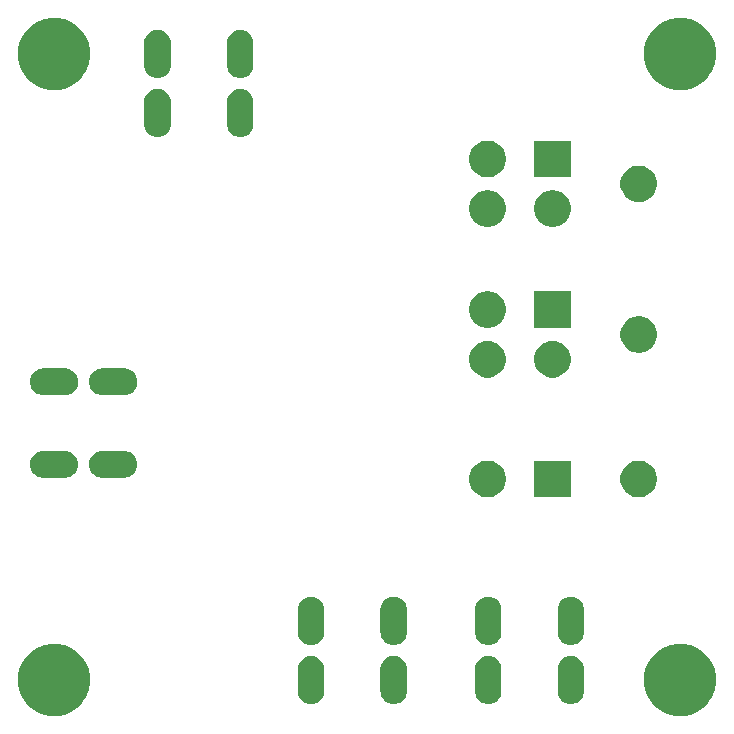
<source format=gbr>
G04 #@! TF.GenerationSoftware,KiCad,Pcbnew,(5.0.2)-1*
G04 #@! TF.CreationDate,2019-05-27T06:26:55-02:30*
G04 #@! TF.ProjectId,IndicatorLEDs_PCB,496e6469-6361-4746-9f72-4c4544735f50,rev?*
G04 #@! TF.SameCoordinates,Original*
G04 #@! TF.FileFunction,Soldermask,Bot*
G04 #@! TF.FilePolarity,Negative*
%FSLAX46Y46*%
G04 Gerber Fmt 4.6, Leading zero omitted, Abs format (unit mm)*
G04 Created by KiCad (PCBNEW (5.0.2)-1) date 5/27/2019 6:26:55 AM*
%MOMM*%
%LPD*%
G01*
G04 APERTURE LIST*
%ADD10C,0.100000*%
G04 APERTURE END LIST*
D10*
G36*
X107389941Y-143566248D02*
X107389943Y-143566249D01*
X107389944Y-143566249D01*
X107945190Y-143796239D01*
X107945191Y-143796240D01*
X108444902Y-144130136D01*
X108869864Y-144555098D01*
X108869866Y-144555101D01*
X109203761Y-145054810D01*
X109433751Y-145610056D01*
X109551000Y-146199503D01*
X109551000Y-146800497D01*
X109433751Y-147389944D01*
X109203761Y-147945190D01*
X109131324Y-148053599D01*
X108869864Y-148444902D01*
X108444902Y-148869864D01*
X108444899Y-148869866D01*
X107945190Y-149203761D01*
X107389944Y-149433751D01*
X107389943Y-149433751D01*
X107389941Y-149433752D01*
X106800499Y-149551000D01*
X106199501Y-149551000D01*
X105610059Y-149433752D01*
X105610057Y-149433751D01*
X105610056Y-149433751D01*
X105054810Y-149203761D01*
X104555101Y-148869866D01*
X104555098Y-148869864D01*
X104130136Y-148444902D01*
X103868676Y-148053599D01*
X103796239Y-147945190D01*
X103566249Y-147389944D01*
X103449000Y-146800497D01*
X103449000Y-146199503D01*
X103566249Y-145610056D01*
X103796239Y-145054810D01*
X104130134Y-144555101D01*
X104130136Y-144555098D01*
X104555098Y-144130136D01*
X105054809Y-143796240D01*
X105054810Y-143796239D01*
X105610056Y-143566249D01*
X105610057Y-143566249D01*
X105610059Y-143566248D01*
X106199501Y-143449000D01*
X106800499Y-143449000D01*
X107389941Y-143566248D01*
X107389941Y-143566248D01*
G37*
G36*
X54389941Y-143566248D02*
X54389943Y-143566249D01*
X54389944Y-143566249D01*
X54945190Y-143796239D01*
X54945191Y-143796240D01*
X55444902Y-144130136D01*
X55869864Y-144555098D01*
X55869866Y-144555101D01*
X56203761Y-145054810D01*
X56433751Y-145610056D01*
X56551000Y-146199503D01*
X56551000Y-146800497D01*
X56433751Y-147389944D01*
X56203761Y-147945190D01*
X56131324Y-148053599D01*
X55869864Y-148444902D01*
X55444902Y-148869864D01*
X55444899Y-148869866D01*
X54945190Y-149203761D01*
X54389944Y-149433751D01*
X54389943Y-149433751D01*
X54389941Y-149433752D01*
X53800499Y-149551000D01*
X53199501Y-149551000D01*
X52610059Y-149433752D01*
X52610057Y-149433751D01*
X52610056Y-149433751D01*
X52054810Y-149203761D01*
X51555101Y-148869866D01*
X51555098Y-148869864D01*
X51130136Y-148444902D01*
X50868676Y-148053599D01*
X50796239Y-147945190D01*
X50566249Y-147389944D01*
X50449000Y-146800497D01*
X50449000Y-146199503D01*
X50566249Y-145610056D01*
X50796239Y-145054810D01*
X51130134Y-144555101D01*
X51130136Y-144555098D01*
X51555098Y-144130136D01*
X52054809Y-143796240D01*
X52054810Y-143796239D01*
X52610056Y-143566249D01*
X52610057Y-143566249D01*
X52610059Y-143566248D01*
X53199501Y-143449000D01*
X53800499Y-143449000D01*
X54389941Y-143566248D01*
X54389941Y-143566248D01*
G37*
G36*
X90470734Y-144465292D02*
X90612235Y-144508216D01*
X90682986Y-144529678D01*
X90731888Y-144555817D01*
X90878599Y-144634235D01*
X91050055Y-144774945D01*
X91190765Y-144946401D01*
X91260470Y-145076810D01*
X91295322Y-145142013D01*
X91316784Y-145212764D01*
X91359708Y-145354265D01*
X91376000Y-145519684D01*
X91376000Y-147480316D01*
X91359708Y-147645735D01*
X91316784Y-147787236D01*
X91295322Y-147857987D01*
X91260470Y-147923190D01*
X91190765Y-148053599D01*
X91050055Y-148225055D01*
X90878599Y-148365765D01*
X90748190Y-148435470D01*
X90682987Y-148470322D01*
X90612236Y-148491784D01*
X90470735Y-148534708D01*
X90250000Y-148556448D01*
X90029266Y-148534708D01*
X89887765Y-148491784D01*
X89817014Y-148470322D01*
X89751811Y-148435470D01*
X89621402Y-148365765D01*
X89449946Y-148225055D01*
X89309236Y-148053599D01*
X89239531Y-147923190D01*
X89204679Y-147857987D01*
X89183217Y-147787236D01*
X89140293Y-147645735D01*
X89124001Y-147480316D01*
X89124000Y-145519685D01*
X89140292Y-145354266D01*
X89204678Y-145142015D01*
X89204678Y-145142014D01*
X89251290Y-145054810D01*
X89309235Y-144946401D01*
X89449945Y-144774945D01*
X89621401Y-144634235D01*
X89751810Y-144564530D01*
X89817013Y-144529678D01*
X89887764Y-144508216D01*
X90029265Y-144465292D01*
X90250000Y-144443552D01*
X90470734Y-144465292D01*
X90470734Y-144465292D01*
G37*
G36*
X97470734Y-144465292D02*
X97612235Y-144508216D01*
X97682986Y-144529678D01*
X97731888Y-144555817D01*
X97878599Y-144634235D01*
X98050055Y-144774945D01*
X98190765Y-144946401D01*
X98260470Y-145076810D01*
X98295322Y-145142013D01*
X98316784Y-145212764D01*
X98359708Y-145354265D01*
X98376000Y-145519684D01*
X98376000Y-147480316D01*
X98359708Y-147645735D01*
X98316784Y-147787236D01*
X98295322Y-147857987D01*
X98260470Y-147923190D01*
X98190765Y-148053599D01*
X98050055Y-148225055D01*
X97878599Y-148365765D01*
X97748190Y-148435470D01*
X97682987Y-148470322D01*
X97612236Y-148491784D01*
X97470735Y-148534708D01*
X97250000Y-148556448D01*
X97029266Y-148534708D01*
X96887765Y-148491784D01*
X96817014Y-148470322D01*
X96751811Y-148435470D01*
X96621402Y-148365765D01*
X96449946Y-148225055D01*
X96309236Y-148053599D01*
X96239531Y-147923190D01*
X96204679Y-147857987D01*
X96183217Y-147787236D01*
X96140293Y-147645735D01*
X96124001Y-147480316D01*
X96124000Y-145519685D01*
X96140292Y-145354266D01*
X96204678Y-145142015D01*
X96204678Y-145142014D01*
X96251290Y-145054810D01*
X96309235Y-144946401D01*
X96449945Y-144774945D01*
X96621401Y-144634235D01*
X96751810Y-144564530D01*
X96817013Y-144529678D01*
X96887764Y-144508216D01*
X97029265Y-144465292D01*
X97250000Y-144443552D01*
X97470734Y-144465292D01*
X97470734Y-144465292D01*
G37*
G36*
X75470734Y-144465292D02*
X75612235Y-144508216D01*
X75682986Y-144529678D01*
X75731888Y-144555817D01*
X75878599Y-144634235D01*
X76050055Y-144774945D01*
X76190765Y-144946401D01*
X76260470Y-145076810D01*
X76295322Y-145142013D01*
X76316784Y-145212764D01*
X76359708Y-145354265D01*
X76376000Y-145519684D01*
X76376000Y-147480316D01*
X76359708Y-147645735D01*
X76316784Y-147787236D01*
X76295322Y-147857987D01*
X76260470Y-147923190D01*
X76190765Y-148053599D01*
X76050055Y-148225055D01*
X75878599Y-148365765D01*
X75748190Y-148435470D01*
X75682987Y-148470322D01*
X75612236Y-148491784D01*
X75470735Y-148534708D01*
X75250000Y-148556448D01*
X75029266Y-148534708D01*
X74887765Y-148491784D01*
X74817014Y-148470322D01*
X74751811Y-148435470D01*
X74621402Y-148365765D01*
X74449946Y-148225055D01*
X74309236Y-148053599D01*
X74239531Y-147923190D01*
X74204679Y-147857987D01*
X74183217Y-147787236D01*
X74140293Y-147645735D01*
X74124001Y-147480316D01*
X74124000Y-145519685D01*
X74140292Y-145354266D01*
X74204678Y-145142015D01*
X74204678Y-145142014D01*
X74251290Y-145054810D01*
X74309235Y-144946401D01*
X74449945Y-144774945D01*
X74621401Y-144634235D01*
X74751810Y-144564530D01*
X74817013Y-144529678D01*
X74887764Y-144508216D01*
X75029265Y-144465292D01*
X75250000Y-144443552D01*
X75470734Y-144465292D01*
X75470734Y-144465292D01*
G37*
G36*
X82470734Y-144465292D02*
X82612235Y-144508216D01*
X82682986Y-144529678D01*
X82731888Y-144555817D01*
X82878599Y-144634235D01*
X83050055Y-144774945D01*
X83190765Y-144946401D01*
X83260470Y-145076810D01*
X83295322Y-145142013D01*
X83316784Y-145212764D01*
X83359708Y-145354265D01*
X83376000Y-145519684D01*
X83376000Y-147480316D01*
X83359708Y-147645735D01*
X83316784Y-147787236D01*
X83295322Y-147857987D01*
X83260470Y-147923190D01*
X83190765Y-148053599D01*
X83050055Y-148225055D01*
X82878599Y-148365765D01*
X82748190Y-148435470D01*
X82682987Y-148470322D01*
X82612236Y-148491784D01*
X82470735Y-148534708D01*
X82250000Y-148556448D01*
X82029266Y-148534708D01*
X81887765Y-148491784D01*
X81817014Y-148470322D01*
X81751811Y-148435470D01*
X81621402Y-148365765D01*
X81449946Y-148225055D01*
X81309236Y-148053599D01*
X81239531Y-147923190D01*
X81204679Y-147857987D01*
X81183217Y-147787236D01*
X81140293Y-147645735D01*
X81124001Y-147480316D01*
X81124000Y-145519685D01*
X81140292Y-145354266D01*
X81204678Y-145142015D01*
X81204678Y-145142014D01*
X81251290Y-145054810D01*
X81309235Y-144946401D01*
X81449945Y-144774945D01*
X81621401Y-144634235D01*
X81751810Y-144564530D01*
X81817013Y-144529678D01*
X81887764Y-144508216D01*
X82029265Y-144465292D01*
X82250000Y-144443552D01*
X82470734Y-144465292D01*
X82470734Y-144465292D01*
G37*
G36*
X90470734Y-139465292D02*
X90612235Y-139508216D01*
X90682986Y-139529678D01*
X90731889Y-139555817D01*
X90878599Y-139634235D01*
X91050055Y-139774945D01*
X91190765Y-139946401D01*
X91260470Y-140076810D01*
X91295322Y-140142013D01*
X91316784Y-140212764D01*
X91359708Y-140354265D01*
X91376000Y-140519684D01*
X91376000Y-142480316D01*
X91359708Y-142645735D01*
X91316784Y-142787236D01*
X91295322Y-142857987D01*
X91260470Y-142923190D01*
X91190765Y-143053599D01*
X91050055Y-143225055D01*
X90878599Y-143365765D01*
X90748190Y-143435470D01*
X90682987Y-143470322D01*
X90612236Y-143491784D01*
X90470735Y-143534708D01*
X90250000Y-143556448D01*
X90029266Y-143534708D01*
X89887765Y-143491784D01*
X89817014Y-143470322D01*
X89751811Y-143435470D01*
X89621402Y-143365765D01*
X89449946Y-143225055D01*
X89309236Y-143053599D01*
X89239531Y-142923190D01*
X89204679Y-142857987D01*
X89183217Y-142787236D01*
X89140293Y-142645735D01*
X89124001Y-142480316D01*
X89124000Y-140519685D01*
X89140292Y-140354266D01*
X89204678Y-140142015D01*
X89204678Y-140142014D01*
X89230817Y-140093111D01*
X89309235Y-139946401D01*
X89449945Y-139774945D01*
X89621401Y-139634235D01*
X89751810Y-139564530D01*
X89817013Y-139529678D01*
X89887764Y-139508216D01*
X90029265Y-139465292D01*
X90250000Y-139443552D01*
X90470734Y-139465292D01*
X90470734Y-139465292D01*
G37*
G36*
X97470734Y-139465292D02*
X97612235Y-139508216D01*
X97682986Y-139529678D01*
X97731889Y-139555817D01*
X97878599Y-139634235D01*
X98050055Y-139774945D01*
X98190765Y-139946401D01*
X98260470Y-140076810D01*
X98295322Y-140142013D01*
X98316784Y-140212764D01*
X98359708Y-140354265D01*
X98376000Y-140519684D01*
X98376000Y-142480316D01*
X98359708Y-142645735D01*
X98316784Y-142787236D01*
X98295322Y-142857987D01*
X98260470Y-142923190D01*
X98190765Y-143053599D01*
X98050055Y-143225055D01*
X97878599Y-143365765D01*
X97748190Y-143435470D01*
X97682987Y-143470322D01*
X97612236Y-143491784D01*
X97470735Y-143534708D01*
X97250000Y-143556448D01*
X97029266Y-143534708D01*
X96887765Y-143491784D01*
X96817014Y-143470322D01*
X96751811Y-143435470D01*
X96621402Y-143365765D01*
X96449946Y-143225055D01*
X96309236Y-143053599D01*
X96239531Y-142923190D01*
X96204679Y-142857987D01*
X96183217Y-142787236D01*
X96140293Y-142645735D01*
X96124001Y-142480316D01*
X96124000Y-140519685D01*
X96140292Y-140354266D01*
X96204678Y-140142015D01*
X96204678Y-140142014D01*
X96230817Y-140093111D01*
X96309235Y-139946401D01*
X96449945Y-139774945D01*
X96621401Y-139634235D01*
X96751810Y-139564530D01*
X96817013Y-139529678D01*
X96887764Y-139508216D01*
X97029265Y-139465292D01*
X97250000Y-139443552D01*
X97470734Y-139465292D01*
X97470734Y-139465292D01*
G37*
G36*
X75470734Y-139465292D02*
X75612235Y-139508216D01*
X75682986Y-139529678D01*
X75731889Y-139555817D01*
X75878599Y-139634235D01*
X76050055Y-139774945D01*
X76190765Y-139946401D01*
X76260470Y-140076810D01*
X76295322Y-140142013D01*
X76316784Y-140212764D01*
X76359708Y-140354265D01*
X76376000Y-140519684D01*
X76376000Y-142480316D01*
X76359708Y-142645735D01*
X76316784Y-142787236D01*
X76295322Y-142857987D01*
X76260470Y-142923190D01*
X76190765Y-143053599D01*
X76050055Y-143225055D01*
X75878599Y-143365765D01*
X75748190Y-143435470D01*
X75682987Y-143470322D01*
X75612236Y-143491784D01*
X75470735Y-143534708D01*
X75250000Y-143556448D01*
X75029266Y-143534708D01*
X74887765Y-143491784D01*
X74817014Y-143470322D01*
X74751811Y-143435470D01*
X74621402Y-143365765D01*
X74449946Y-143225055D01*
X74309236Y-143053599D01*
X74239531Y-142923190D01*
X74204679Y-142857987D01*
X74183217Y-142787236D01*
X74140293Y-142645735D01*
X74124001Y-142480316D01*
X74124000Y-140519685D01*
X74140292Y-140354266D01*
X74204678Y-140142015D01*
X74204678Y-140142014D01*
X74230817Y-140093111D01*
X74309235Y-139946401D01*
X74449945Y-139774945D01*
X74621401Y-139634235D01*
X74751810Y-139564530D01*
X74817013Y-139529678D01*
X74887764Y-139508216D01*
X75029265Y-139465292D01*
X75250000Y-139443552D01*
X75470734Y-139465292D01*
X75470734Y-139465292D01*
G37*
G36*
X82470734Y-139465292D02*
X82612235Y-139508216D01*
X82682986Y-139529678D01*
X82731889Y-139555817D01*
X82878599Y-139634235D01*
X83050055Y-139774945D01*
X83190765Y-139946401D01*
X83260470Y-140076810D01*
X83295322Y-140142013D01*
X83316784Y-140212764D01*
X83359708Y-140354265D01*
X83376000Y-140519684D01*
X83376000Y-142480316D01*
X83359708Y-142645735D01*
X83316784Y-142787236D01*
X83295322Y-142857987D01*
X83260470Y-142923190D01*
X83190765Y-143053599D01*
X83050055Y-143225055D01*
X82878599Y-143365765D01*
X82748190Y-143435470D01*
X82682987Y-143470322D01*
X82612236Y-143491784D01*
X82470735Y-143534708D01*
X82250000Y-143556448D01*
X82029266Y-143534708D01*
X81887765Y-143491784D01*
X81817014Y-143470322D01*
X81751811Y-143435470D01*
X81621402Y-143365765D01*
X81449946Y-143225055D01*
X81309236Y-143053599D01*
X81239531Y-142923190D01*
X81204679Y-142857987D01*
X81183217Y-142787236D01*
X81140293Y-142645735D01*
X81124001Y-142480316D01*
X81124000Y-140519685D01*
X81140292Y-140354266D01*
X81204678Y-140142015D01*
X81204678Y-140142014D01*
X81230817Y-140093111D01*
X81309235Y-139946401D01*
X81449945Y-139774945D01*
X81621401Y-139634235D01*
X81751810Y-139564530D01*
X81817013Y-139529678D01*
X81887764Y-139508216D01*
X82029265Y-139465292D01*
X82250000Y-139443552D01*
X82470734Y-139465292D01*
X82470734Y-139465292D01*
G37*
G36*
X97251000Y-131051000D02*
X94149000Y-131051000D01*
X94149000Y-127949000D01*
X97251000Y-127949000D01*
X97251000Y-131051000D01*
X97251000Y-131051000D01*
G37*
G36*
X103352527Y-127988736D02*
X103452410Y-128008604D01*
X103734674Y-128125521D01*
X103988705Y-128295259D01*
X104204741Y-128511295D01*
X104374479Y-128765326D01*
X104491396Y-129047590D01*
X104551000Y-129347240D01*
X104551000Y-129652760D01*
X104491396Y-129952410D01*
X104374479Y-130234674D01*
X104204741Y-130488705D01*
X103988705Y-130704741D01*
X103734674Y-130874479D01*
X103452410Y-130991396D01*
X103352527Y-131011264D01*
X103152762Y-131051000D01*
X102847238Y-131051000D01*
X102647473Y-131011264D01*
X102547590Y-130991396D01*
X102265326Y-130874479D01*
X102011295Y-130704741D01*
X101795259Y-130488705D01*
X101625521Y-130234674D01*
X101508604Y-129952410D01*
X101449000Y-129652760D01*
X101449000Y-129347240D01*
X101508604Y-129047590D01*
X101625521Y-128765326D01*
X101795259Y-128511295D01*
X102011295Y-128295259D01*
X102265326Y-128125521D01*
X102547590Y-128008604D01*
X102647473Y-127988736D01*
X102847238Y-127949000D01*
X103152762Y-127949000D01*
X103352527Y-127988736D01*
X103352527Y-127988736D01*
G37*
G36*
X90552527Y-127988736D02*
X90652410Y-128008604D01*
X90934674Y-128125521D01*
X91188705Y-128295259D01*
X91404741Y-128511295D01*
X91574479Y-128765326D01*
X91691396Y-129047590D01*
X91751000Y-129347240D01*
X91751000Y-129652760D01*
X91691396Y-129952410D01*
X91574479Y-130234674D01*
X91404741Y-130488705D01*
X91188705Y-130704741D01*
X90934674Y-130874479D01*
X90652410Y-130991396D01*
X90552527Y-131011264D01*
X90352762Y-131051000D01*
X90047238Y-131051000D01*
X89847473Y-131011264D01*
X89747590Y-130991396D01*
X89465326Y-130874479D01*
X89211295Y-130704741D01*
X88995259Y-130488705D01*
X88825521Y-130234674D01*
X88708604Y-129952410D01*
X88649000Y-129652760D01*
X88649000Y-129347240D01*
X88708604Y-129047590D01*
X88825521Y-128765326D01*
X88995259Y-128511295D01*
X89211295Y-128295259D01*
X89465326Y-128125521D01*
X89747590Y-128008604D01*
X89847473Y-127988736D01*
X90047238Y-127949000D01*
X90352762Y-127949000D01*
X90552527Y-127988736D01*
X90552527Y-127988736D01*
G37*
G36*
X54535456Y-127129431D02*
X54645735Y-127140292D01*
X54787236Y-127183216D01*
X54857987Y-127204678D01*
X54923190Y-127239530D01*
X55053599Y-127309235D01*
X55225055Y-127449945D01*
X55365765Y-127621401D01*
X55435470Y-127751810D01*
X55470322Y-127817013D01*
X55470322Y-127817014D01*
X55534708Y-128029265D01*
X55556448Y-128250000D01*
X55534708Y-128470735D01*
X55522404Y-128511295D01*
X55470322Y-128682987D01*
X55435470Y-128748190D01*
X55365765Y-128878599D01*
X55225055Y-129050055D01*
X55053599Y-129190765D01*
X54923190Y-129260470D01*
X54857987Y-129295322D01*
X54787236Y-129316784D01*
X54645735Y-129359708D01*
X54535456Y-129370569D01*
X54480317Y-129376000D01*
X52519683Y-129376000D01*
X52464544Y-129370569D01*
X52354265Y-129359708D01*
X52212764Y-129316784D01*
X52142013Y-129295322D01*
X52076810Y-129260470D01*
X51946401Y-129190765D01*
X51774945Y-129050055D01*
X51634235Y-128878599D01*
X51564530Y-128748190D01*
X51529678Y-128682987D01*
X51477596Y-128511295D01*
X51465292Y-128470735D01*
X51443552Y-128250000D01*
X51465292Y-128029265D01*
X51529678Y-127817014D01*
X51529678Y-127817013D01*
X51564530Y-127751810D01*
X51634235Y-127621401D01*
X51774945Y-127449945D01*
X51946401Y-127309235D01*
X52076810Y-127239530D01*
X52142013Y-127204678D01*
X52212764Y-127183216D01*
X52354265Y-127140292D01*
X52464544Y-127129431D01*
X52519683Y-127124000D01*
X54480317Y-127124000D01*
X54535456Y-127129431D01*
X54535456Y-127129431D01*
G37*
G36*
X59535456Y-127129431D02*
X59645735Y-127140292D01*
X59787236Y-127183216D01*
X59857987Y-127204678D01*
X59923190Y-127239530D01*
X60053599Y-127309235D01*
X60225055Y-127449945D01*
X60365765Y-127621401D01*
X60435470Y-127751810D01*
X60470322Y-127817013D01*
X60470322Y-127817014D01*
X60534708Y-128029265D01*
X60556448Y-128250000D01*
X60534708Y-128470735D01*
X60522404Y-128511295D01*
X60470322Y-128682987D01*
X60435470Y-128748190D01*
X60365765Y-128878599D01*
X60225055Y-129050055D01*
X60053599Y-129190765D01*
X59923190Y-129260470D01*
X59857987Y-129295322D01*
X59787236Y-129316784D01*
X59645735Y-129359708D01*
X59535456Y-129370569D01*
X59480317Y-129376000D01*
X57519683Y-129376000D01*
X57464544Y-129370569D01*
X57354265Y-129359708D01*
X57212764Y-129316784D01*
X57142013Y-129295322D01*
X57076810Y-129260470D01*
X56946401Y-129190765D01*
X56774945Y-129050055D01*
X56634235Y-128878599D01*
X56564530Y-128748190D01*
X56529678Y-128682987D01*
X56477596Y-128511295D01*
X56465292Y-128470735D01*
X56443552Y-128250000D01*
X56465292Y-128029265D01*
X56529678Y-127817014D01*
X56529678Y-127817013D01*
X56564530Y-127751810D01*
X56634235Y-127621401D01*
X56774945Y-127449945D01*
X56946401Y-127309235D01*
X57076810Y-127239530D01*
X57142013Y-127204678D01*
X57212764Y-127183216D01*
X57354265Y-127140292D01*
X57464544Y-127129431D01*
X57519683Y-127124000D01*
X59480317Y-127124000D01*
X59535456Y-127129431D01*
X59535456Y-127129431D01*
G37*
G36*
X59535456Y-120129431D02*
X59645735Y-120140292D01*
X59787236Y-120183216D01*
X59857987Y-120204678D01*
X59923190Y-120239530D01*
X60053599Y-120309235D01*
X60225055Y-120449945D01*
X60365765Y-120621401D01*
X60420861Y-120724479D01*
X60470322Y-120817013D01*
X60470322Y-120817014D01*
X60534708Y-121029265D01*
X60556448Y-121250000D01*
X60534708Y-121470735D01*
X60491784Y-121612236D01*
X60470322Y-121682987D01*
X60435470Y-121748190D01*
X60365765Y-121878599D01*
X60225055Y-122050055D01*
X60053599Y-122190765D01*
X59923190Y-122260470D01*
X59857987Y-122295322D01*
X59787236Y-122316784D01*
X59645735Y-122359708D01*
X59535456Y-122370569D01*
X59480317Y-122376000D01*
X57519683Y-122376000D01*
X57464544Y-122370569D01*
X57354265Y-122359708D01*
X57212764Y-122316784D01*
X57142013Y-122295322D01*
X57076810Y-122260470D01*
X56946401Y-122190765D01*
X56774945Y-122050055D01*
X56634235Y-121878599D01*
X56564530Y-121748190D01*
X56529678Y-121682987D01*
X56508216Y-121612236D01*
X56465292Y-121470735D01*
X56443552Y-121250000D01*
X56465292Y-121029265D01*
X56529678Y-120817014D01*
X56529678Y-120817013D01*
X56579139Y-120724479D01*
X56634235Y-120621401D01*
X56774945Y-120449945D01*
X56946401Y-120309235D01*
X57076810Y-120239530D01*
X57142013Y-120204678D01*
X57212764Y-120183216D01*
X57354265Y-120140292D01*
X57464544Y-120129431D01*
X57519683Y-120124000D01*
X59480317Y-120124000D01*
X59535456Y-120129431D01*
X59535456Y-120129431D01*
G37*
G36*
X54535456Y-120129431D02*
X54645735Y-120140292D01*
X54787236Y-120183216D01*
X54857987Y-120204678D01*
X54923190Y-120239530D01*
X55053599Y-120309235D01*
X55225055Y-120449945D01*
X55365765Y-120621401D01*
X55420861Y-120724479D01*
X55470322Y-120817013D01*
X55470322Y-120817014D01*
X55534708Y-121029265D01*
X55556448Y-121250000D01*
X55534708Y-121470735D01*
X55491784Y-121612236D01*
X55470322Y-121682987D01*
X55435470Y-121748190D01*
X55365765Y-121878599D01*
X55225055Y-122050055D01*
X55053599Y-122190765D01*
X54923190Y-122260470D01*
X54857987Y-122295322D01*
X54787236Y-122316784D01*
X54645735Y-122359708D01*
X54535456Y-122370569D01*
X54480317Y-122376000D01*
X52519683Y-122376000D01*
X52464544Y-122370569D01*
X52354265Y-122359708D01*
X52212764Y-122316784D01*
X52142013Y-122295322D01*
X52076810Y-122260470D01*
X51946401Y-122190765D01*
X51774945Y-122050055D01*
X51634235Y-121878599D01*
X51564530Y-121748190D01*
X51529678Y-121682987D01*
X51508216Y-121612236D01*
X51465292Y-121470735D01*
X51443552Y-121250000D01*
X51465292Y-121029265D01*
X51529678Y-120817014D01*
X51529678Y-120817013D01*
X51579139Y-120724479D01*
X51634235Y-120621401D01*
X51774945Y-120449945D01*
X51946401Y-120309235D01*
X52076810Y-120239530D01*
X52142013Y-120204678D01*
X52212764Y-120183216D01*
X52354265Y-120140292D01*
X52464544Y-120129431D01*
X52519683Y-120124000D01*
X54480317Y-120124000D01*
X54535456Y-120129431D01*
X54535456Y-120129431D01*
G37*
G36*
X96052527Y-117838736D02*
X96152410Y-117858604D01*
X96434674Y-117975521D01*
X96688705Y-118145259D01*
X96904741Y-118361295D01*
X97074479Y-118615326D01*
X97191396Y-118897590D01*
X97251000Y-119197240D01*
X97251000Y-119502760D01*
X97191396Y-119802410D01*
X97074479Y-120084674D01*
X96904741Y-120338705D01*
X96688705Y-120554741D01*
X96434674Y-120724479D01*
X96152410Y-120841396D01*
X96052527Y-120861264D01*
X95852762Y-120901000D01*
X95547238Y-120901000D01*
X95347473Y-120861264D01*
X95247590Y-120841396D01*
X94965326Y-120724479D01*
X94711295Y-120554741D01*
X94495259Y-120338705D01*
X94325521Y-120084674D01*
X94208604Y-119802410D01*
X94149000Y-119502760D01*
X94149000Y-119197240D01*
X94208604Y-118897590D01*
X94325521Y-118615326D01*
X94495259Y-118361295D01*
X94711295Y-118145259D01*
X94965326Y-117975521D01*
X95247590Y-117858604D01*
X95347473Y-117838736D01*
X95547238Y-117799000D01*
X95852762Y-117799000D01*
X96052527Y-117838736D01*
X96052527Y-117838736D01*
G37*
G36*
X90552527Y-117838736D02*
X90652410Y-117858604D01*
X90934674Y-117975521D01*
X91188705Y-118145259D01*
X91404741Y-118361295D01*
X91574479Y-118615326D01*
X91691396Y-118897590D01*
X91751000Y-119197240D01*
X91751000Y-119502760D01*
X91691396Y-119802410D01*
X91574479Y-120084674D01*
X91404741Y-120338705D01*
X91188705Y-120554741D01*
X90934674Y-120724479D01*
X90652410Y-120841396D01*
X90552527Y-120861264D01*
X90352762Y-120901000D01*
X90047238Y-120901000D01*
X89847473Y-120861264D01*
X89747590Y-120841396D01*
X89465326Y-120724479D01*
X89211295Y-120554741D01*
X88995259Y-120338705D01*
X88825521Y-120084674D01*
X88708604Y-119802410D01*
X88649000Y-119502760D01*
X88649000Y-119197240D01*
X88708604Y-118897590D01*
X88825521Y-118615326D01*
X88995259Y-118361295D01*
X89211295Y-118145259D01*
X89465326Y-117975521D01*
X89747590Y-117858604D01*
X89847473Y-117838736D01*
X90047238Y-117799000D01*
X90352762Y-117799000D01*
X90552527Y-117838736D01*
X90552527Y-117838736D01*
G37*
G36*
X103352527Y-115738736D02*
X103452410Y-115758604D01*
X103734674Y-115875521D01*
X103988705Y-116045259D01*
X104204741Y-116261295D01*
X104374479Y-116515326D01*
X104491396Y-116797590D01*
X104551000Y-117097240D01*
X104551000Y-117402760D01*
X104491396Y-117702410D01*
X104374479Y-117984674D01*
X104204741Y-118238705D01*
X103988705Y-118454741D01*
X103734674Y-118624479D01*
X103452410Y-118741396D01*
X103352527Y-118761264D01*
X103152762Y-118801000D01*
X102847238Y-118801000D01*
X102647473Y-118761264D01*
X102547590Y-118741396D01*
X102265326Y-118624479D01*
X102011295Y-118454741D01*
X101795259Y-118238705D01*
X101625521Y-117984674D01*
X101508604Y-117702410D01*
X101449000Y-117402760D01*
X101449000Y-117097240D01*
X101508604Y-116797590D01*
X101625521Y-116515326D01*
X101795259Y-116261295D01*
X102011295Y-116045259D01*
X102265326Y-115875521D01*
X102547590Y-115758604D01*
X102647473Y-115738736D01*
X102847238Y-115699000D01*
X103152762Y-115699000D01*
X103352527Y-115738736D01*
X103352527Y-115738736D01*
G37*
G36*
X97251000Y-116701000D02*
X94149000Y-116701000D01*
X94149000Y-113599000D01*
X97251000Y-113599000D01*
X97251000Y-116701000D01*
X97251000Y-116701000D01*
G37*
G36*
X90552527Y-113638736D02*
X90652410Y-113658604D01*
X90934674Y-113775521D01*
X91188705Y-113945259D01*
X91404741Y-114161295D01*
X91574479Y-114415326D01*
X91691396Y-114697590D01*
X91751000Y-114997240D01*
X91751000Y-115302760D01*
X91691396Y-115602410D01*
X91574479Y-115884674D01*
X91404741Y-116138705D01*
X91188705Y-116354741D01*
X90934674Y-116524479D01*
X90652410Y-116641396D01*
X90552527Y-116661264D01*
X90352762Y-116701000D01*
X90047238Y-116701000D01*
X89847473Y-116661264D01*
X89747590Y-116641396D01*
X89465326Y-116524479D01*
X89211295Y-116354741D01*
X88995259Y-116138705D01*
X88825521Y-115884674D01*
X88708604Y-115602410D01*
X88649000Y-115302760D01*
X88649000Y-114997240D01*
X88708604Y-114697590D01*
X88825521Y-114415326D01*
X88995259Y-114161295D01*
X89211295Y-113945259D01*
X89465326Y-113775521D01*
X89747590Y-113658604D01*
X89847473Y-113638736D01*
X90047238Y-113599000D01*
X90352762Y-113599000D01*
X90552527Y-113638736D01*
X90552527Y-113638736D01*
G37*
G36*
X96052527Y-105088736D02*
X96152410Y-105108604D01*
X96434674Y-105225521D01*
X96688705Y-105395259D01*
X96904741Y-105611295D01*
X97074479Y-105865326D01*
X97191396Y-106147590D01*
X97251000Y-106447240D01*
X97251000Y-106752760D01*
X97191396Y-107052410D01*
X97074479Y-107334674D01*
X96904741Y-107588705D01*
X96688705Y-107804741D01*
X96434674Y-107974479D01*
X96152410Y-108091396D01*
X96052527Y-108111264D01*
X95852762Y-108151000D01*
X95547238Y-108151000D01*
X95347473Y-108111264D01*
X95247590Y-108091396D01*
X94965326Y-107974479D01*
X94711295Y-107804741D01*
X94495259Y-107588705D01*
X94325521Y-107334674D01*
X94208604Y-107052410D01*
X94149000Y-106752760D01*
X94149000Y-106447240D01*
X94208604Y-106147590D01*
X94325521Y-105865326D01*
X94495259Y-105611295D01*
X94711295Y-105395259D01*
X94965326Y-105225521D01*
X95247590Y-105108604D01*
X95347473Y-105088736D01*
X95547238Y-105049000D01*
X95852762Y-105049000D01*
X96052527Y-105088736D01*
X96052527Y-105088736D01*
G37*
G36*
X90552527Y-105088736D02*
X90652410Y-105108604D01*
X90934674Y-105225521D01*
X91188705Y-105395259D01*
X91404741Y-105611295D01*
X91574479Y-105865326D01*
X91691396Y-106147590D01*
X91751000Y-106447240D01*
X91751000Y-106752760D01*
X91691396Y-107052410D01*
X91574479Y-107334674D01*
X91404741Y-107588705D01*
X91188705Y-107804741D01*
X90934674Y-107974479D01*
X90652410Y-108091396D01*
X90552527Y-108111264D01*
X90352762Y-108151000D01*
X90047238Y-108151000D01*
X89847473Y-108111264D01*
X89747590Y-108091396D01*
X89465326Y-107974479D01*
X89211295Y-107804741D01*
X88995259Y-107588705D01*
X88825521Y-107334674D01*
X88708604Y-107052410D01*
X88649000Y-106752760D01*
X88649000Y-106447240D01*
X88708604Y-106147590D01*
X88825521Y-105865326D01*
X88995259Y-105611295D01*
X89211295Y-105395259D01*
X89465326Y-105225521D01*
X89747590Y-105108604D01*
X89847473Y-105088736D01*
X90047238Y-105049000D01*
X90352762Y-105049000D01*
X90552527Y-105088736D01*
X90552527Y-105088736D01*
G37*
G36*
X103352527Y-102988736D02*
X103452410Y-103008604D01*
X103734674Y-103125521D01*
X103988705Y-103295259D01*
X104204741Y-103511295D01*
X104374479Y-103765326D01*
X104491396Y-104047590D01*
X104551000Y-104347240D01*
X104551000Y-104652760D01*
X104491396Y-104952410D01*
X104374479Y-105234674D01*
X104204741Y-105488705D01*
X103988705Y-105704741D01*
X103734674Y-105874479D01*
X103452410Y-105991396D01*
X103352527Y-106011264D01*
X103152762Y-106051000D01*
X102847238Y-106051000D01*
X102647473Y-106011264D01*
X102547590Y-105991396D01*
X102265326Y-105874479D01*
X102011295Y-105704741D01*
X101795259Y-105488705D01*
X101625521Y-105234674D01*
X101508604Y-104952410D01*
X101449000Y-104652760D01*
X101449000Y-104347240D01*
X101508604Y-104047590D01*
X101625521Y-103765326D01*
X101795259Y-103511295D01*
X102011295Y-103295259D01*
X102265326Y-103125521D01*
X102547590Y-103008604D01*
X102647473Y-102988736D01*
X102847238Y-102949000D01*
X103152762Y-102949000D01*
X103352527Y-102988736D01*
X103352527Y-102988736D01*
G37*
G36*
X97251000Y-103951000D02*
X94149000Y-103951000D01*
X94149000Y-100849000D01*
X97251000Y-100849000D01*
X97251000Y-103951000D01*
X97251000Y-103951000D01*
G37*
G36*
X90552527Y-100888736D02*
X90652410Y-100908604D01*
X90934674Y-101025521D01*
X91188705Y-101195259D01*
X91404741Y-101411295D01*
X91574479Y-101665326D01*
X91691396Y-101947590D01*
X91751000Y-102247240D01*
X91751000Y-102552760D01*
X91691396Y-102852410D01*
X91574479Y-103134674D01*
X91404741Y-103388705D01*
X91188705Y-103604741D01*
X90934674Y-103774479D01*
X90652410Y-103891396D01*
X90552527Y-103911264D01*
X90352762Y-103951000D01*
X90047238Y-103951000D01*
X89847473Y-103911264D01*
X89747590Y-103891396D01*
X89465326Y-103774479D01*
X89211295Y-103604741D01*
X88995259Y-103388705D01*
X88825521Y-103134674D01*
X88708604Y-102852410D01*
X88649000Y-102552760D01*
X88649000Y-102247240D01*
X88708604Y-101947590D01*
X88825521Y-101665326D01*
X88995259Y-101411295D01*
X89211295Y-101195259D01*
X89465326Y-101025521D01*
X89747590Y-100908604D01*
X89847473Y-100888736D01*
X90047238Y-100849000D01*
X90352762Y-100849000D01*
X90552527Y-100888736D01*
X90552527Y-100888736D01*
G37*
G36*
X69470734Y-96465292D02*
X69612235Y-96508216D01*
X69682986Y-96529678D01*
X69722876Y-96551000D01*
X69878599Y-96634235D01*
X70050055Y-96774945D01*
X70190765Y-96946401D01*
X70260470Y-97076810D01*
X70295322Y-97142013D01*
X70316784Y-97212764D01*
X70359708Y-97354265D01*
X70376000Y-97519684D01*
X70376000Y-99480316D01*
X70359708Y-99645735D01*
X70316784Y-99787236D01*
X70295322Y-99857987D01*
X70260470Y-99923190D01*
X70190765Y-100053599D01*
X70050055Y-100225055D01*
X69878599Y-100365765D01*
X69748190Y-100435470D01*
X69682987Y-100470322D01*
X69612236Y-100491784D01*
X69470735Y-100534708D01*
X69250000Y-100556448D01*
X69029266Y-100534708D01*
X68887765Y-100491784D01*
X68817014Y-100470322D01*
X68751811Y-100435470D01*
X68621402Y-100365765D01*
X68449946Y-100225055D01*
X68309236Y-100053599D01*
X68239531Y-99923190D01*
X68204679Y-99857987D01*
X68183217Y-99787236D01*
X68140293Y-99645735D01*
X68124001Y-99480316D01*
X68124000Y-97519685D01*
X68140292Y-97354266D01*
X68204678Y-97142015D01*
X68204678Y-97142014D01*
X68230817Y-97093112D01*
X68309235Y-96946401D01*
X68449945Y-96774945D01*
X68621401Y-96634235D01*
X68777123Y-96551000D01*
X68817013Y-96529678D01*
X68887764Y-96508216D01*
X69029265Y-96465292D01*
X69250000Y-96443552D01*
X69470734Y-96465292D01*
X69470734Y-96465292D01*
G37*
G36*
X62470734Y-96465292D02*
X62612235Y-96508216D01*
X62682986Y-96529678D01*
X62722876Y-96551000D01*
X62878599Y-96634235D01*
X63050055Y-96774945D01*
X63190765Y-96946401D01*
X63260470Y-97076810D01*
X63295322Y-97142013D01*
X63316784Y-97212764D01*
X63359708Y-97354265D01*
X63376000Y-97519684D01*
X63376000Y-99480316D01*
X63359708Y-99645735D01*
X63316784Y-99787236D01*
X63295322Y-99857987D01*
X63260470Y-99923190D01*
X63190765Y-100053599D01*
X63050055Y-100225055D01*
X62878599Y-100365765D01*
X62748190Y-100435470D01*
X62682987Y-100470322D01*
X62612236Y-100491784D01*
X62470735Y-100534708D01*
X62250000Y-100556448D01*
X62029266Y-100534708D01*
X61887765Y-100491784D01*
X61817014Y-100470322D01*
X61751811Y-100435470D01*
X61621402Y-100365765D01*
X61449946Y-100225055D01*
X61309236Y-100053599D01*
X61239531Y-99923190D01*
X61204679Y-99857987D01*
X61183217Y-99787236D01*
X61140293Y-99645735D01*
X61124001Y-99480316D01*
X61124000Y-97519685D01*
X61140292Y-97354266D01*
X61204678Y-97142015D01*
X61204678Y-97142014D01*
X61230817Y-97093112D01*
X61309235Y-96946401D01*
X61449945Y-96774945D01*
X61621401Y-96634235D01*
X61777123Y-96551000D01*
X61817013Y-96529678D01*
X61887764Y-96508216D01*
X62029265Y-96465292D01*
X62250000Y-96443552D01*
X62470734Y-96465292D01*
X62470734Y-96465292D01*
G37*
G36*
X107389941Y-90566248D02*
X107389943Y-90566249D01*
X107389944Y-90566249D01*
X107945190Y-90796239D01*
X107945191Y-90796240D01*
X108444902Y-91130136D01*
X108869864Y-91555098D01*
X108869866Y-91555101D01*
X109203761Y-92054810D01*
X109433751Y-92610056D01*
X109551000Y-93199503D01*
X109551000Y-93800497D01*
X109433751Y-94389944D01*
X109203761Y-94945190D01*
X109131324Y-95053599D01*
X108869864Y-95444902D01*
X108444902Y-95869864D01*
X108444899Y-95869866D01*
X107945190Y-96203761D01*
X107389944Y-96433751D01*
X107389943Y-96433751D01*
X107389941Y-96433752D01*
X106800499Y-96551000D01*
X106199501Y-96551000D01*
X105610059Y-96433752D01*
X105610057Y-96433751D01*
X105610056Y-96433751D01*
X105054810Y-96203761D01*
X104555101Y-95869866D01*
X104555098Y-95869864D01*
X104130136Y-95444902D01*
X103868676Y-95053599D01*
X103796239Y-94945190D01*
X103566249Y-94389944D01*
X103449000Y-93800497D01*
X103449000Y-93199503D01*
X103566249Y-92610056D01*
X103796239Y-92054810D01*
X104130134Y-91555101D01*
X104130136Y-91555098D01*
X104555098Y-91130136D01*
X105054809Y-90796240D01*
X105054810Y-90796239D01*
X105610056Y-90566249D01*
X105610057Y-90566249D01*
X105610059Y-90566248D01*
X106199501Y-90449000D01*
X106800499Y-90449000D01*
X107389941Y-90566248D01*
X107389941Y-90566248D01*
G37*
G36*
X54389941Y-90566248D02*
X54389943Y-90566249D01*
X54389944Y-90566249D01*
X54945190Y-90796239D01*
X54945191Y-90796240D01*
X55444902Y-91130136D01*
X55869864Y-91555098D01*
X55869866Y-91555101D01*
X56203761Y-92054810D01*
X56433751Y-92610056D01*
X56551000Y-93199503D01*
X56551000Y-93800497D01*
X56433751Y-94389944D01*
X56203761Y-94945190D01*
X56131324Y-95053599D01*
X55869864Y-95444902D01*
X55444902Y-95869864D01*
X55444899Y-95869866D01*
X54945190Y-96203761D01*
X54389944Y-96433751D01*
X54389943Y-96433751D01*
X54389941Y-96433752D01*
X53800499Y-96551000D01*
X53199501Y-96551000D01*
X52610059Y-96433752D01*
X52610057Y-96433751D01*
X52610056Y-96433751D01*
X52054810Y-96203761D01*
X51555101Y-95869866D01*
X51555098Y-95869864D01*
X51130136Y-95444902D01*
X50868676Y-95053599D01*
X50796239Y-94945190D01*
X50566249Y-94389944D01*
X50449000Y-93800497D01*
X50449000Y-93199503D01*
X50566249Y-92610056D01*
X50796239Y-92054810D01*
X51130134Y-91555101D01*
X51130136Y-91555098D01*
X51555098Y-91130136D01*
X52054809Y-90796240D01*
X52054810Y-90796239D01*
X52610056Y-90566249D01*
X52610057Y-90566249D01*
X52610059Y-90566248D01*
X53199501Y-90449000D01*
X53800499Y-90449000D01*
X54389941Y-90566248D01*
X54389941Y-90566248D01*
G37*
G36*
X62470734Y-91465292D02*
X62612235Y-91508216D01*
X62682986Y-91529678D01*
X62731888Y-91555817D01*
X62878599Y-91634235D01*
X63050055Y-91774945D01*
X63190765Y-91946401D01*
X63260470Y-92076810D01*
X63295322Y-92142013D01*
X63316784Y-92212764D01*
X63359708Y-92354265D01*
X63376000Y-92519684D01*
X63376000Y-94480316D01*
X63359708Y-94645735D01*
X63316784Y-94787236D01*
X63295322Y-94857987D01*
X63260470Y-94923190D01*
X63190765Y-95053599D01*
X63050055Y-95225055D01*
X62878599Y-95365765D01*
X62748190Y-95435470D01*
X62682987Y-95470322D01*
X62612236Y-95491784D01*
X62470735Y-95534708D01*
X62250000Y-95556448D01*
X62029266Y-95534708D01*
X61887765Y-95491784D01*
X61817014Y-95470322D01*
X61751811Y-95435470D01*
X61621402Y-95365765D01*
X61449946Y-95225055D01*
X61309236Y-95053599D01*
X61239531Y-94923190D01*
X61204679Y-94857987D01*
X61183217Y-94787236D01*
X61140293Y-94645735D01*
X61124001Y-94480316D01*
X61124000Y-92519685D01*
X61140292Y-92354266D01*
X61204678Y-92142015D01*
X61204678Y-92142014D01*
X61251290Y-92054810D01*
X61309235Y-91946401D01*
X61449945Y-91774945D01*
X61621401Y-91634235D01*
X61751810Y-91564530D01*
X61817013Y-91529678D01*
X61887764Y-91508216D01*
X62029265Y-91465292D01*
X62250000Y-91443552D01*
X62470734Y-91465292D01*
X62470734Y-91465292D01*
G37*
G36*
X69470734Y-91465292D02*
X69612235Y-91508216D01*
X69682986Y-91529678D01*
X69731888Y-91555817D01*
X69878599Y-91634235D01*
X70050055Y-91774945D01*
X70190765Y-91946401D01*
X70260470Y-92076810D01*
X70295322Y-92142013D01*
X70316784Y-92212764D01*
X70359708Y-92354265D01*
X70376000Y-92519684D01*
X70376000Y-94480316D01*
X70359708Y-94645735D01*
X70316784Y-94787236D01*
X70295322Y-94857987D01*
X70260470Y-94923190D01*
X70190765Y-95053599D01*
X70050055Y-95225055D01*
X69878599Y-95365765D01*
X69748190Y-95435470D01*
X69682987Y-95470322D01*
X69612236Y-95491784D01*
X69470735Y-95534708D01*
X69250000Y-95556448D01*
X69029266Y-95534708D01*
X68887765Y-95491784D01*
X68817014Y-95470322D01*
X68751811Y-95435470D01*
X68621402Y-95365765D01*
X68449946Y-95225055D01*
X68309236Y-95053599D01*
X68239531Y-94923190D01*
X68204679Y-94857987D01*
X68183217Y-94787236D01*
X68140293Y-94645735D01*
X68124001Y-94480316D01*
X68124000Y-92519685D01*
X68140292Y-92354266D01*
X68204678Y-92142015D01*
X68204678Y-92142014D01*
X68251290Y-92054810D01*
X68309235Y-91946401D01*
X68449945Y-91774945D01*
X68621401Y-91634235D01*
X68751810Y-91564530D01*
X68817013Y-91529678D01*
X68887764Y-91508216D01*
X69029265Y-91465292D01*
X69250000Y-91443552D01*
X69470734Y-91465292D01*
X69470734Y-91465292D01*
G37*
M02*

</source>
